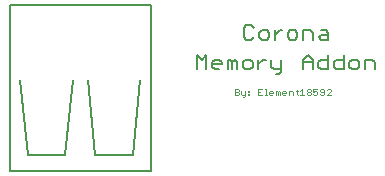
<source format=gto>
G04 EAGLE Gerber RS-274X export*
G75*
%MOMM*%
%FSLAX34Y34*%
%LPD*%
%INSilkscreen Top*%
%IPPOS*%
%AMOC8*
5,1,8,0,0,1.08239X$1,22.5*%
G01*
%ADD10C,0.177800*%
%ADD11C,0.101600*%
%ADD12C,0.127000*%


D10*
X207167Y101037D02*
X207167Y113493D01*
X211319Y109341D01*
X215471Y113493D01*
X215471Y101037D01*
X222340Y101037D02*
X226492Y101037D01*
X222340Y101037D02*
X220264Y103113D01*
X220264Y107265D01*
X222340Y109341D01*
X226492Y109341D01*
X228568Y107265D01*
X228568Y105189D01*
X220264Y105189D01*
X233361Y101037D02*
X233361Y109341D01*
X235437Y109341D01*
X237513Y107265D01*
X237513Y101037D01*
X237513Y107265D02*
X239590Y109341D01*
X241666Y107265D01*
X241666Y101037D01*
X248535Y101037D02*
X252687Y101037D01*
X254763Y103113D01*
X254763Y107265D01*
X252687Y109341D01*
X248535Y109341D01*
X246458Y107265D01*
X246458Y103113D01*
X248535Y101037D01*
X259556Y101037D02*
X259556Y109341D01*
X259556Y105189D02*
X263708Y109341D01*
X265784Y109341D01*
X270470Y109341D02*
X270470Y103113D01*
X272546Y101037D01*
X278775Y101037D01*
X278775Y98961D02*
X278775Y109341D01*
X278775Y98961D02*
X276698Y96885D01*
X274622Y96885D01*
X297108Y101053D02*
X297108Y109357D01*
X301260Y113509D01*
X305412Y109357D01*
X305412Y101053D01*
X305412Y107281D02*
X297108Y107281D01*
X318509Y113509D02*
X318509Y101053D01*
X312281Y101053D01*
X310205Y103129D01*
X310205Y107281D01*
X312281Y109357D01*
X318509Y109357D01*
X331606Y113509D02*
X331606Y101053D01*
X325378Y101053D01*
X323302Y103129D01*
X323302Y107281D01*
X325378Y109357D01*
X331606Y109357D01*
X338475Y101053D02*
X342628Y101053D01*
X344704Y103129D01*
X344704Y107281D01*
X342628Y109357D01*
X338475Y109357D01*
X336399Y107281D01*
X336399Y103129D01*
X338475Y101053D01*
X349497Y101053D02*
X349497Y109357D01*
X355725Y109357D01*
X357801Y107281D01*
X357801Y101053D01*
D11*
X239508Y84592D02*
X239508Y79508D01*
X239508Y84592D02*
X242050Y84592D01*
X242898Y83745D01*
X242898Y82898D01*
X242050Y82050D01*
X242898Y81203D01*
X242898Y80355D01*
X242050Y79508D01*
X239508Y79508D01*
X239508Y82050D02*
X242050Y82050D01*
X245121Y82898D02*
X245121Y80355D01*
X245968Y79508D01*
X248511Y79508D01*
X248511Y78661D02*
X248511Y82898D01*
X248511Y78661D02*
X247663Y77813D01*
X246816Y77813D01*
X250734Y82898D02*
X251582Y82898D01*
X251582Y82050D01*
X250734Y82050D01*
X250734Y82898D01*
X250734Y80355D02*
X251582Y80355D01*
X251582Y79508D01*
X250734Y79508D01*
X250734Y80355D01*
X259154Y84592D02*
X262543Y84592D01*
X259154Y84592D02*
X259154Y79508D01*
X262543Y79508D01*
X260849Y82050D02*
X259154Y82050D01*
X264767Y84592D02*
X265614Y84592D01*
X265614Y79508D01*
X264767Y79508D02*
X266462Y79508D01*
X269356Y79508D02*
X271051Y79508D01*
X269356Y79508D02*
X268509Y80355D01*
X268509Y82050D01*
X269356Y82898D01*
X271051Y82898D01*
X271899Y82050D01*
X271899Y81203D01*
X268509Y81203D01*
X274122Y79508D02*
X274122Y82898D01*
X274969Y82898D01*
X275817Y82050D01*
X275817Y79508D01*
X275817Y82050D02*
X276664Y82898D01*
X277512Y82050D01*
X277512Y79508D01*
X280583Y79508D02*
X282277Y79508D01*
X280583Y79508D02*
X279735Y80355D01*
X279735Y82050D01*
X280583Y82898D01*
X282277Y82898D01*
X283125Y82050D01*
X283125Y81203D01*
X279735Y81203D01*
X285348Y79508D02*
X285348Y82898D01*
X287890Y82898D01*
X288738Y82050D01*
X288738Y79508D01*
X291809Y80355D02*
X291809Y83745D01*
X291809Y80355D02*
X292656Y79508D01*
X292656Y82898D02*
X290961Y82898D01*
X294703Y82898D02*
X296398Y84592D01*
X296398Y79508D01*
X294703Y79508D02*
X298093Y79508D01*
X300317Y83745D02*
X301164Y84592D01*
X302859Y84592D01*
X303706Y83745D01*
X303706Y82898D01*
X302859Y82050D01*
X303706Y81203D01*
X303706Y80355D01*
X302859Y79508D01*
X301164Y79508D01*
X300317Y80355D01*
X300317Y81203D01*
X301164Y82050D01*
X300317Y82898D01*
X300317Y83745D01*
X301164Y82050D02*
X302859Y82050D01*
X305930Y84592D02*
X309319Y84592D01*
X305930Y84592D02*
X305930Y82050D01*
X307624Y82898D01*
X308472Y82898D01*
X309319Y82050D01*
X309319Y80355D01*
X308472Y79508D01*
X306777Y79508D01*
X305930Y80355D01*
X311543Y80355D02*
X312390Y79508D01*
X314085Y79508D01*
X314932Y80355D01*
X314932Y83745D01*
X314085Y84592D01*
X312390Y84592D01*
X311543Y83745D01*
X311543Y82898D01*
X312390Y82050D01*
X314932Y82050D01*
X317156Y79508D02*
X320545Y79508D01*
X317156Y79508D02*
X320545Y82898D01*
X320545Y83745D01*
X319698Y84592D01*
X318003Y84592D01*
X317156Y83745D01*
D10*
X255471Y136417D02*
X253395Y138493D01*
X249243Y138493D01*
X247167Y136417D01*
X247167Y128113D01*
X249243Y126037D01*
X253395Y126037D01*
X255471Y128113D01*
X262340Y126037D02*
X266492Y126037D01*
X268568Y128113D01*
X268568Y132265D01*
X266492Y134341D01*
X262340Y134341D01*
X260264Y132265D01*
X260264Y128113D01*
X262340Y126037D01*
X273361Y126037D02*
X273361Y134341D01*
X273361Y130189D02*
X277513Y134341D01*
X279590Y134341D01*
X286352Y126037D02*
X290504Y126037D01*
X292580Y128113D01*
X292580Y132265D01*
X290504Y134341D01*
X286352Y134341D01*
X284276Y132265D01*
X284276Y128113D01*
X286352Y126037D01*
X297373Y126037D02*
X297373Y134341D01*
X303601Y134341D01*
X305677Y132265D01*
X305677Y126037D01*
X312546Y134341D02*
X316698Y134341D01*
X318775Y132265D01*
X318775Y126037D01*
X312546Y126037D01*
X310470Y128113D01*
X312546Y130189D01*
X318775Y130189D01*
D12*
X49108Y155479D02*
X49108Y15652D01*
X168701Y14964D02*
X168701Y154791D01*
X167122Y14964D02*
X49308Y14964D01*
X167122Y14964D02*
X168701Y14964D01*
X168756Y155606D02*
X49398Y155606D01*
X159360Y92434D02*
X153010Y28934D01*
X121260Y28934D01*
X114910Y92434D01*
X57760Y92434D02*
X64110Y28934D01*
X95860Y28934D01*
X102210Y92434D01*
M02*

</source>
